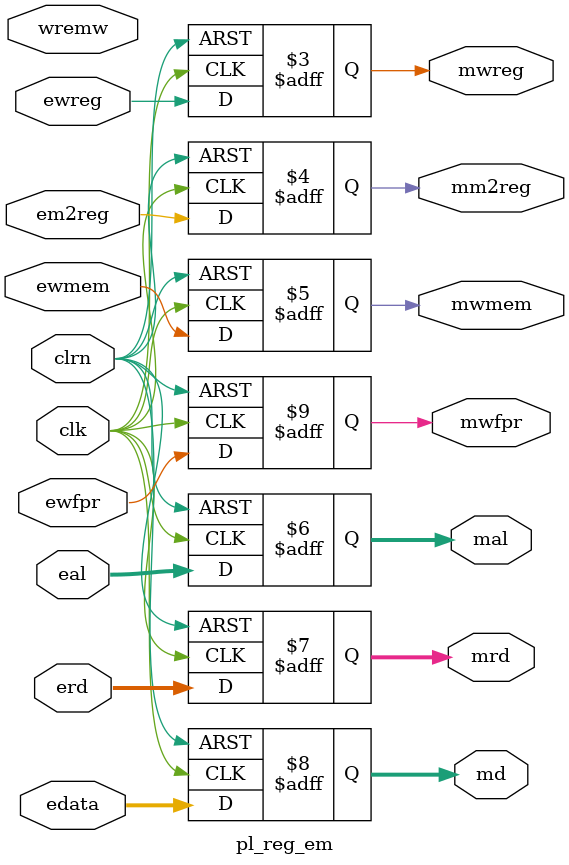
<source format=v>
module pl_reg_em (ewreg,em2reg,ewmem,eal,edata,erd,clk,clrn,
                      mwreg,mm2reg,mwmem,mal,md,mrd,wremw,mwfpr,ewfpr);
    input clk;
    input clrn;
    input ewreg;
    input em2reg;
    input ewmem;
    input [31:0] eal;
    input [31:0] edata;
    input [4:0] erd;
    output  reg mwreg;
    output reg mm2reg;
    output reg mwmem;
    output reg [31:0] mal;
    output reg [4:0] mrd;
//    output reg [31:0] md;
    output reg [31:0] md;
    input wremw;
    output reg mwfpr;
    input ewfpr;
    
    always @(negedge clrn or posedge clk)
       if (!clrn) begin
        	mwreg <=0;
        	mm2reg <=0;
        	mwmem <=0;
        	mal <=0;
        	mrd <=0;
//        	md <=0;
            md <= 0;
        	mwfpr <= 0;
       end else  begin
 		    mwreg <=ewreg;
       		mm2reg <=em2reg;
       		mwmem <= ewmem;
      		mal <=eal;
       		mrd <=erd;
//       		md <= ed;
            md <= edata;
       		mwfpr <= ewfpr;
       end 
endmodule                       

</source>
